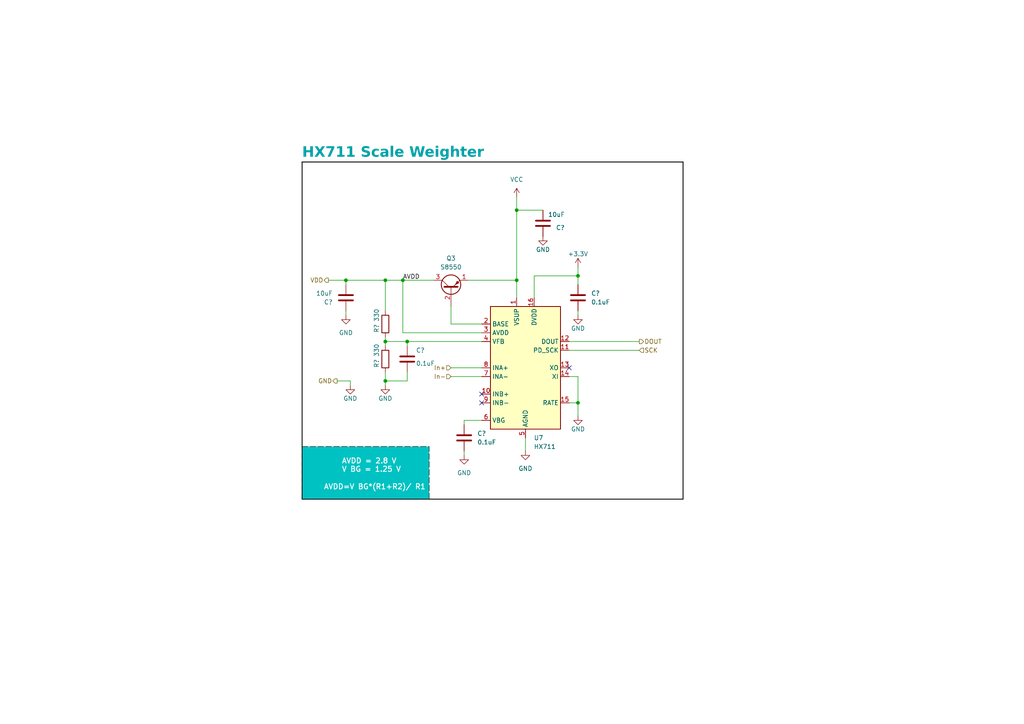
<source format=kicad_sch>
(kicad_sch (version 20230121) (generator eeschema)
  (paper "A4")
  (title_block (title "Gas Weigther") (date "2023-11-04") (rev "1"))
  (lib_symbols
    (symbol "Analog_ADC:HX711"
      (property "Reference" "U" (at 5.08 21.59 0))
      (property "Value" "HX711" (at 7.62 19.05 0))
      (symbol "HX711_0_1"
        (rectangle (start -10.16 17.78) (end 10.16 -17.78) (stroke (width 0.254)) (fill (type background)))
      )
      (symbol "HX711_1_1"
        (pin power_in line (at -2.54 20.32 270) (length 2.54) (name "VSUP") (number "1"))
        (pin input line (at -12.7 -7.62 0) (length 2.54) (name "INB+") (number "10"))
        (pin input line (at 12.7 5.08 180) (length 2.54) (name "PD_SCK") (number "11"))
        (pin output line (at 12.7 7.62 180) (length 2.54) (name "DOUT") (number "12"))
        (pin passive line (at 12.7 0 180) (length 2.54) (name "XO") (number "13"))
        (pin passive line (at 12.7 -2.54 180) (length 2.54) (name "XI") (number "14"))
        (pin input line (at 12.7 -10.16 180) (length 2.54) (name "RATE") (number "15"))
        (pin power_in line (at 2.54 20.32 270) (length 2.54) (name "DVDD") (number "16"))
        (pin passive line (at -12.7 12.7 0) (length 2.54) (name "BASE") (number "2"))
        (pin power_in line (at -12.7 10.16 0) (length 2.54) (name "AVDD") (number "3"))
        (pin input line (at -12.7 7.62 0) (length 2.54) (name "VFB") (number "4"))
        (pin power_in line (at 0 -20.32 90) (length 2.54) (name "AGND") (number "5"))
        (pin passive line (at -12.7 -15.24 0) (length 2.54) (name "VBG") (number "6"))
        (pin input line (at -12.7 -2.54 0) (length 2.54) (name "INA-") (number "7"))
        (pin input line (at -12.7 0 0) (length 2.54) (name "INA+") (number "8"))
        (pin input line (at -12.7 -10.16 0) (length 2.54) (name "INB-") (number "9"))
      )
    )
    (symbol "Device:C" (pin_numbers hide) (pin_names (offset 0.254))
      (property "Reference" "C" (at 0.635 2.54 0))
      (property "Value" "C" (at 0.635 -2.54 0))
      (symbol "C_0_1"
        (polyline (pts (xy -2.032 -0.762) (xy 2.032 -0.762)) (stroke (width 0.508)))
        (polyline (pts (xy -2.032 0.762) (xy 2.032 0.762)) (stroke (width 0.508)))
      )
      (symbol "C_1_1"
        (pin passive line (at 0 3.81 270) (length 2.794) (name "~") (number "1"))
        (pin passive line (at 0 -3.81 90) (length 2.794) (name "~") (number "2"))
      )
    )
    (symbol "Device:R" (pin_numbers hide) (pin_names (offset 0))
      (property "Reference" "R" (at 2.032 0 90))
      (property "Value" "R" (at 0 0 90))
      (symbol "R_0_1"
        (rectangle (start -1.016 -2.54) (end 1.016 2.54) (stroke (width 0.254)))
      )
      (symbol "R_1_1"
        (pin passive line (at 0 3.81 270) (length 1.27) (name "~") (number "1"))
        (pin passive line (at 0 -3.81 90) (length 1.27) (name "~") (number "2"))
      )
    )
    (symbol "Transistor_BJT:S8550" (pin_names (offset 0) hide)
      (property "Reference" "Q" (at 5.08 1.905 0))
      (property "Value" "S8550" (at 5.08 0 0))
      (symbol "S8550_0_1"
        (polyline (pts (xy 0 0) (xy 0.635 0)))
        (polyline (pts (xy 2.54 -2.54) (xy 0.635 -0.635)))
        (polyline (pts (xy 2.54 2.54) (xy 0.635 0.635)))
        (polyline (pts (xy 0.635 1.905) (xy 0.635 -1.905) (xy 0.635 -1.905)) (stroke (width 0.508)) (fill (type outline)))
        (polyline (pts (xy 1.778 -2.286) (xy 2.286 -1.778) (xy 1.27 -1.27) (xy 1.778 -2.286) (xy 1.778 -2.286)) (fill (type outline)))
        (circle (center 1.27 0) (radius 2.8194) (stroke (width 0.254)))
      )
      (symbol "S8550_1_1"
        (pin passive line (at 2.54 -5.08 90) (length 2.54) (name "E") (number "1"))
        (pin input line (at -5.08 0 0) (length 5.08) (name "B") (number "2"))
        (pin passive line (at 2.54 5.08 270) (length 2.54) (name "C") (number "3"))
      )
    )
    (symbol "power:+3.3V" (power) (pin_names (offset 0))
      (property "Value" "+3.3V" (at 0 3.556 0))
      (symbol "+3.3V_0_1"
        (polyline (pts (xy -0.762 1.27) (xy 0 2.54)))
        (polyline (pts (xy 0 0) (xy 0 2.54)))
        (polyline (pts (xy 0 2.54) (xy 0.762 1.27)))
      )
      (symbol "+3.3V_1_1"
        (pin power_in line (at 0 0 90) (length 0) hide (name "+3.3V") (number "1"))
      )
    )
    (symbol "power:GND" (power) (pin_names (offset 0))
      (property "Value" "GND" (at 0 -3.81 0))
      (symbol "GND_0_1"
        (polyline (pts (xy 0 0) (xy 0 -1.27) (xy 1.27 -1.27) (xy 0 -2.54) (xy -1.27 -1.27) (xy 0 -1.27)))
      )
      (symbol "GND_1_1"
        (pin power_in line (at 0 0 270) (length 0) hide (name "GND") (number "1"))
      )
    )
    (symbol "power:VCC" (power) (pin_names (offset 0))
      (property "Value" "VCC" (at 0 3.81 0))
      (symbol "VCC_0_1"
        (polyline (pts (xy -0.762 1.27) (xy 0 2.54)))
        (polyline (pts (xy 0 0) (xy 0 2.54)))
        (polyline (pts (xy 0 2.54) (xy 0.762 1.27)))
      )
      (symbol "VCC_1_1"
        (pin power_in line (at 0 0 90) (length 0) hide (name "VCC") (number "1"))
      )
    )
  )
  (junction (at 149.86 81.28))
  (junction (at 167.64 80.01))
  (junction (at 116.84 81.28))
  (junction (at 149.86 60.96))
  (junction (at 111.76 99.06))
  (junction (at 100.33 81.28))
  (junction (at 167.64 116.84))
  (junction (at 111.76 110.49))
  (junction (at 111.76 81.28))
  (junction (at 118.11 99.06))
  (no_connect (at 139.7 114.3))
  (no_connect (at 165.1 106.68))
  (no_connect (at 139.7 116.84))
  (wire (pts (xy 101.6 111.76) (xy 101.6 110.49)))
  (wire (pts (xy 139.7 93.98) (xy 130.81 93.98)))
  (wire (pts (xy 111.76 99.06) (xy 111.76 100.33)))
  (wire (pts (xy 165.1 101.6) (xy 185.42 101.6)))
  (wire (pts (xy 130.81 93.98) (xy 130.81 88.9)))
  (wire (pts (xy 118.11 110.49) (xy 111.76 110.49)))
  (polyline (pts (xy 87.63 46.99) (xy 87.63 144.78)) (stroke (width 0.25) (type solid) (color 0 0 0 1)))
  (wire (pts (xy 149.86 57.15) (xy 149.86 60.96)))
  (wire (pts (xy 167.64 82.55) (xy 167.64 80.01)))
  (wire (pts (xy 111.76 81.28) (xy 116.84 81.28)))
  (wire (pts (xy 111.76 99.06) (xy 118.11 99.06)))
  (wire (pts (xy 167.64 90.17) (xy 167.64 91.44)))
  (wire (pts (xy 157.48 60.96) (xy 149.86 60.96)))
  (polyline (pts (xy 198.12 144.78) (xy 87.63 144.78)) (stroke (width 0.25) (type solid) (color 0 0 0 1)))
  (wire (pts (xy 134.62 130.81) (xy 134.62 132.08)))
  (wire (pts (xy 116.84 96.52) (xy 116.84 81.28)))
  (wire (pts (xy 130.81 109.22) (xy 139.7 109.22)))
  (wire (pts (xy 100.33 81.28) (xy 111.76 81.28)))
  (wire (pts (xy 165.1 99.06) (xy 185.42 99.06)))
  (wire (pts (xy 111.76 110.49) (xy 111.76 107.95)))
  (wire (pts (xy 154.94 80.01) (xy 167.64 80.01)))
  (wire (pts (xy 167.64 77.47) (xy 167.64 80.01)))
  (wire (pts (xy 97.79 110.49) (xy 101.6 110.49)))
  (wire (pts (xy 134.62 123.19) (xy 134.62 121.92)))
  (wire (pts (xy 152.4 127) (xy 152.4 130.81)))
  (wire (pts (xy 165.1 116.84) (xy 167.64 116.84)))
  (wire (pts (xy 111.76 81.28) (xy 111.76 90.17)))
  (wire (pts (xy 167.64 109.22) (xy 165.1 109.22)))
  (wire (pts (xy 118.11 99.06) (xy 118.11 100.33)))
  (wire (pts (xy 118.11 99.06) (xy 139.7 99.06)))
  (wire (pts (xy 118.11 107.95) (xy 118.11 110.49)))
  (wire (pts (xy 130.81 106.68) (xy 139.7 106.68)))
  (wire (pts (xy 134.62 121.92) (xy 139.7 121.92)))
  (polyline (pts (xy 87.63 46.99) (xy 198.12 46.99)) (stroke (width 0.25) (type solid) (color 0 0 0 1)))
  (wire (pts (xy 149.86 86.36) (xy 149.86 81.28)))
  (wire (pts (xy 116.84 81.28) (xy 125.73 81.28)))
  (wire (pts (xy 154.94 80.01) (xy 154.94 86.36)))
  (wire (pts (xy 167.64 116.84) (xy 167.64 120.65)))
  (wire (pts (xy 100.33 81.28) (xy 100.33 82.55)))
  (wire (pts (xy 167.64 109.22) (xy 167.64 116.84)))
  (wire (pts (xy 111.76 97.79) (xy 111.76 99.06)))
  (wire (pts (xy 95.25 81.28) (xy 100.33 81.28)))
  (wire (pts (xy 100.33 90.17) (xy 100.33 91.44)))
  (polyline (pts (xy 198.12 46.99) (xy 198.12 144.78)) (stroke (width 0.25) (type solid) (color 0 0 0 1)))
  (wire (pts (xy 149.86 60.96) (xy 149.86 81.28)))
  (wire (pts (xy 116.84 96.52) (xy 139.7 96.52)))
  (wire (pts (xy 149.86 81.28) (xy 135.89 81.28)))
  (wire (pts (xy 111.76 111.76) (xy 111.76 110.49)))
  (rectangle (start 87.63 129.54) (end 124.46 144.78) (stroke (width 0) (type dash) (color 0 0 0 1)) (fill (type color) (color 0 194 194 1)))
  (text " AVDD=V BG*(R1+R2)/ R1" (at 92.71 142.24 0) (effects (font (size 1.5 1.5) (thickness 0.2508) bold) (justify left bottom)))
  (text "HX711 Scale Weighter" (at 87.63 46.99 0) (effects (font (size 3 3) (thickness 0.6) bold) (justify left bottom)))
  (text "AVDD = 2.8 V\nV BG = 1.25 V" (at 99.06 137.16 0) (effects (font (size 1.5 1.5) (thickness 0.2508) bold) (justify left bottom)))
  (label "AVDD" (at 116.84 81.28 0))
  (hierarchical_label "VDD" (shape output) (at 95.25 81.28 180))
  (hierarchical_label "In-" (shape input) (at 130.81 109.22 180))
  (hierarchical_label "In+" (shape input) (at 130.81 106.68 180))
  (hierarchical_label "SCK" (shape input) (at 185.42 101.6 0))
  (hierarchical_label "DOUT" (shape output) (at 185.42 99.06 0))
  (hierarchical_label "GND" (shape output) (at 97.79 110.49 180))
  (symbol (lib_id "Device:C") (at 157.48 64.77 180) (unit 1)
    (property "Reference" "C?" (at 163.83 66.04 0) (effects (justify left)))
    (property "Value" "10uF" (at 163.83 62.23 0) (effects (justify left)))
    (property "Footprint" "Capacitor_SMD:C_0805_2012Metric" (effects hide))
    (instances (project "GasWeighter" (path "" (reference "C?") (unit 1)) (path "" (reference "C16") (unit 1))) (project "Arbolito" (path "" (reference "C8") (unit 1))))
  )
  (symbol (lib_id "power:GND") (at 167.64 120.65 0) (unit 1)
    (property "Reference" "#PWR07" (effects hide))
    (property "Value" "GND" (at 167.64 124.46 0))
  )
  (symbol (lib_id "power:GND") (at 157.48 68.58 0) (unit 1)
    (property "Reference" "#PWR025" (effects hide))
    (property "Value" "GND" (at 157.48 72.39 0))
  )
  (symbol (lib_id "power:GND") (at 152.4 130.81 0) (unit 1)
    (property "Reference" "#PWR05" (effects hide))
    (property "Value" "GND" (at 152.4 135.89 0))
  )
  (symbol (lib_id "Device:C") (at 167.64 86.36 0) (unit 1)
    (property "Reference" "C?" (at 171.45 85.0899 0) (effects (justify left)))
    (property "Value" "0.1uF" (at 171.45 87.6299 0) (effects (justify left)))
    (property "Footprint" "Capacitor_SMD:C_0805_2012Metric" (effects hide))
    (instances (project "GasWeighter" (path "" (reference "C?") (unit 1)) (path "" (reference "C17") (unit 1))) (project "Arbolito" (path "" (reference "C4") (unit 1))))
  )
  (symbol (lib_id "Device:C") (at 134.62 127 0) (unit 1)
    (property "Reference" "C?" (at 138.43 125.7299 0) (effects (justify left)))
    (property "Value" "0.1uF" (at 138.43 128.2699 0) (effects (justify left)))
    (property "Footprint" "Capacitor_SMD:C_0805_2012Metric" (effects hide))
    (instances (project "GasWeighter" (path "" (reference "C?") (unit 1)) (path "" (reference "C15") (unit 1))) (project "Arbolito" (path "" (reference "C4") (unit 1))))
  )
  (symbol (lib_id "Analog_ADC:HX711") (at 152.4 106.68 0) (unit 1)
    (property "Reference" "U7" (at 154.8256 127 0) (effects (justify left)))
    (property "Value" "HX711" (at 154.8256 129.54 0) (effects (justify left)))
    (property "Footprint" "Package_SO:SOP-16_3.9x9.9mm_P1.27mm" (effects hide))
    (property "Datasheet" "https://cdn.sparkfun.com/datasheets/Sensors/ForceFlex/hx711_english.pdf" (effects hide))
  )
  (symbol (lib_id "power:GND") (at 111.76 111.76 0) (unit 1)
    (property "Reference" "#PWR023" (effects hide))
    (property "Value" "GND" (at 111.76 115.57 0))
  )
  (symbol (lib_id "Transistor_BJT:S8550") (at 130.81 83.82 90) (unit 1)
    (property "Reference" "Q3" (at 130.81 74.93 90))
    (property "Value" "S8550" (at 130.81 77.47 90))
    (property "Footprint" "Package_TO_SOT_SMD:SOT-23" (effects hide))
    (property "Datasheet" "http://www.unisonic.com.tw/datasheet/S8550.pdf" (effects hide))
  )
  (symbol (lib_id "power:+3.3V") (at 167.64 77.47 0) (unit 1)
    (property "Reference" "#PWR032" (effects hide))
    (property "Value" "+3.3V" (at 167.64 73.66 0))
    (instances (project "GasWeighter" (path "" (reference "#PWR032") (unit 1)) (path "" (reference "#PWR027") (unit 1)) (path "" (reference "#PWR028") (unit 1))) (project "Arbolito" (path "" (reference "#PWR024") (unit 1))))
  )
  (symbol (lib_id "power:GND") (at 134.62 132.08 0) (unit 1)
    (property "Reference" "#PWR06" (effects hide))
    (property "Value" "GND" (at 134.62 137.16 0))
  )
  (symbol (lib_id "Device:C") (at 118.11 104.14 0) (unit 1)
    (property "Reference" "C?" (at 120.65 101.6 0) (effects (justify left)))
    (property "Value" "0.1uF" (at 120.65 105.41 0) (effects (justify left)))
    (property "Footprint" "Capacitor_SMD:C_0805_2012Metric" (effects hide))
    (instances (project "GasWeighter" (path "" (reference "C?") (unit 1)) (path "" (reference "C14") (unit 1))) (project "Arbolito" (path "" (reference "C4") (unit 1))))
  )
  (symbol (lib_id "Device:R") (at 111.76 104.14 180) (unit 1)
    (property "Reference" "R?" (at 109.22 105.41 90))
    (property "Value" "330" (at 109.22 101.6 90))
    (property "Footprint" "Resistor_SMD:R_0805_2012Metric_Pad1.20x1.40mm_HandSolder" (effects hide))
    (instances (project "GasWeighter" (path "" (reference "R?") (unit 1)) (path "" (reference "R26") (unit 1))) (project "Arbolito" (path "" (reference "R11") (unit 1))))
  )
  (symbol (lib_id "power:VCC") (at 149.86 57.15 0) (unit 1)
    (property "Reference" "#PWR012" (effects hide))
    (property "Value" "VCC" (at 149.86 52.07 0))
    (instances (project "GasWeighter" (path "" (reference "#PWR012") (unit 1)) (path "" (reference "#PWR010") (unit 1))) (project "Arbolito" (path "" (reference "#PWR016") (unit 1))))
  )
  (symbol (lib_id "Device:R") (at 111.76 93.98 180) (unit 1)
    (property "Reference" "R?" (at 109.22 95.25 90))
    (property "Value" "330" (at 109.22 91.44 90))
    (property "Footprint" "Resistor_SMD:R_0805_2012Metric_Pad1.20x1.40mm_HandSolder" (effects hide))
    (instances (project "GasWeighter" (path "" (reference "R?") (unit 1)) (path "" (reference "R25") (unit 1))) (project "Arbolito" (path "" (reference "R11") (unit 1))))
  )
  (symbol (lib_id "power:GND") (at 100.33 91.44 0) (unit 1)
    (property "Reference" "#PWR011" (effects hide))
    (property "Value" "GND" (at 100.33 96.52 0))
  )
  (symbol (lib_id "power:GND") (at 101.6 111.76 0) (unit 1)
    (property "Reference" "#PWR065" (effects hide))
    (property "Value" "GND" (at 101.6 115.57 0))
  )
  (symbol (lib_id "Device:C") (at 100.33 86.36 180) (unit 1)
    (property "Reference" "C?" (at 96.52 87.6301 0) (effects (justify left)))
    (property "Value" "10uF" (at 96.52 85.0901 0) (effects (justify left)))
    (property "Footprint" "Capacitor_SMD:C_0805_2012Metric" (effects hide))
    (instances (project "GasWeighter" (path "" (reference "C?") (unit 1)) (path "" (reference "C13") (unit 1))) (project "Arbolito" (path "" (reference "C8") (unit 1))))
  )
  (symbol (lib_id "power:GND") (at 167.64 91.44 0) (unit 1)
    (property "Reference" "#PWR029" (effects hide))
    (property "Value" "GND" (at 167.64 95.25 0))
  )
)
</source>
